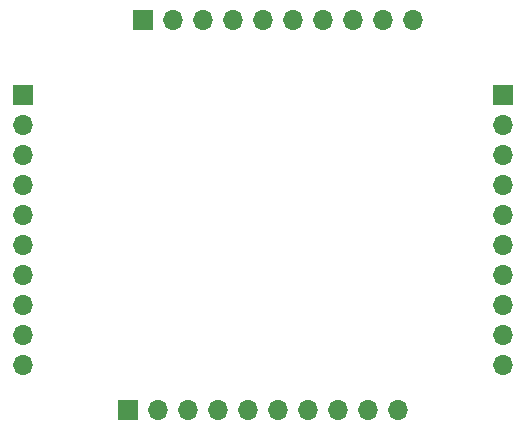
<source format=gbr>
%TF.GenerationSoftware,KiCad,Pcbnew,(5.1.12)-1*%
%TF.CreationDate,2022-02-13T14:47:13-06:00*%
%TF.ProjectId,TranscieverBoard,5472616e-7363-4696-9576-6572426f6172,rev?*%
%TF.SameCoordinates,Original*%
%TF.FileFunction,Soldermask,Bot*%
%TF.FilePolarity,Negative*%
%FSLAX46Y46*%
G04 Gerber Fmt 4.6, Leading zero omitted, Abs format (unit mm)*
G04 Created by KiCad (PCBNEW (5.1.12)-1) date 2022-02-13 14:47:13*
%MOMM*%
%LPD*%
G01*
G04 APERTURE LIST*
%ADD10O,1.700000X1.700000*%
%ADD11R,1.700000X1.700000*%
G04 APERTURE END LIST*
D10*
%TO.C,J5*%
X137160000Y-86360000D03*
X137160000Y-83820000D03*
X137160000Y-81280000D03*
X137160000Y-78740000D03*
X137160000Y-76200000D03*
X137160000Y-73660000D03*
X137160000Y-71120000D03*
X137160000Y-68580000D03*
X137160000Y-66040000D03*
D11*
X137160000Y-63500000D03*
%TD*%
D10*
%TO.C,J4*%
X129540000Y-57150000D03*
X127000000Y-57150000D03*
X124460000Y-57150000D03*
X121920000Y-57150000D03*
X119380000Y-57150000D03*
X116840000Y-57150000D03*
X114300000Y-57150000D03*
X111760000Y-57150000D03*
X109220000Y-57150000D03*
D11*
X106680000Y-57150000D03*
%TD*%
D10*
%TO.C,J3*%
X128270000Y-90170000D03*
X125730000Y-90170000D03*
X123190000Y-90170000D03*
X120650000Y-90170000D03*
X118110000Y-90170000D03*
X115570000Y-90170000D03*
X113030000Y-90170000D03*
X110490000Y-90170000D03*
X107950000Y-90170000D03*
D11*
X105410000Y-90170000D03*
%TD*%
D10*
%TO.C,J2*%
X96520000Y-86360000D03*
X96520000Y-83820000D03*
X96520000Y-81280000D03*
X96520000Y-78740000D03*
X96520000Y-76200000D03*
X96520000Y-73660000D03*
X96520000Y-71120000D03*
X96520000Y-68580000D03*
X96520000Y-66040000D03*
D11*
X96520000Y-63500000D03*
%TD*%
M02*

</source>
